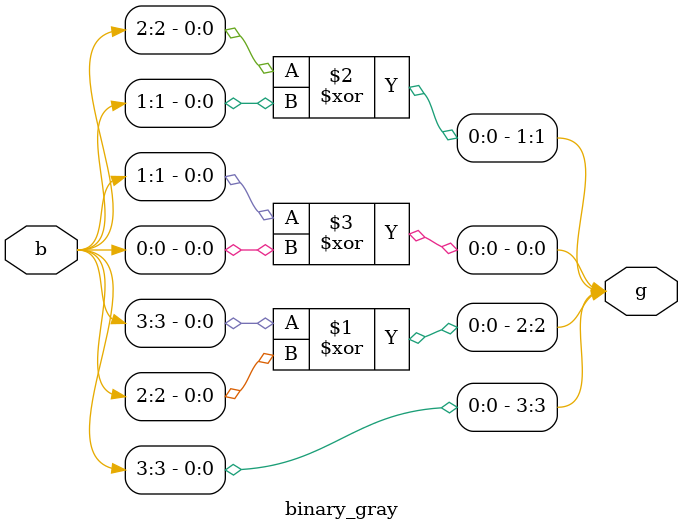
<source format=v>
`timescale 1ns / 1ps
module binary_gray(input [3:0]b,output [3:0]g);
assign 
g[3]=b[3],
g[2]=b[3]^b[2],
g[1]=b[2]^b[1],
g[0]=b[1]^b[0];
endmodule

</source>
